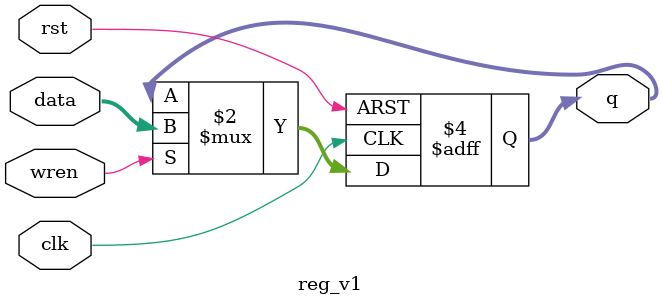
<source format=sv>
module reg_v1 #(
  parameter width = 32
) (
  input logic clk,
  input logic rst, 
  input logic wren,
  input logic [width - 1 : 0] data,
  output logic [width - 1 : 0] q
);

always_ff @(posedge clk, posedge rst)
begin
  if (rst) begin
    q <= 0;
  end else if (wren) begin
    q <= data;
  end
end

endmodule


</source>
